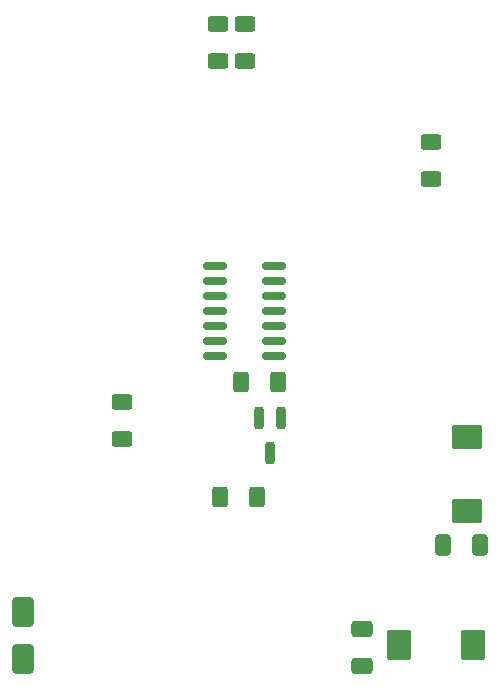
<source format=gbr>
%TF.GenerationSoftware,KiCad,Pcbnew,8.0.2-8.0.2-0~ubuntu22.04.1*%
%TF.CreationDate,2024-05-22T12:01:20+02:00*%
%TF.ProjectId,Tachoconverter,54616368-6f63-46f6-9e76-65727465722e,rev?*%
%TF.SameCoordinates,Original*%
%TF.FileFunction,Paste,Bot*%
%TF.FilePolarity,Positive*%
%FSLAX46Y46*%
G04 Gerber Fmt 4.6, Leading zero omitted, Abs format (unit mm)*
G04 Created by KiCad (PCBNEW 8.0.2-8.0.2-0~ubuntu22.04.1) date 2024-05-22 12:01:20*
%MOMM*%
%LPD*%
G01*
G04 APERTURE LIST*
G04 Aperture macros list*
%AMRoundRect*
0 Rectangle with rounded corners*
0 $1 Rounding radius*
0 $2 $3 $4 $5 $6 $7 $8 $9 X,Y pos of 4 corners*
0 Add a 4 corners polygon primitive as box body*
4,1,4,$2,$3,$4,$5,$6,$7,$8,$9,$2,$3,0*
0 Add four circle primitives for the rounded corners*
1,1,$1+$1,$2,$3*
1,1,$1+$1,$4,$5*
1,1,$1+$1,$6,$7*
1,1,$1+$1,$8,$9*
0 Add four rect primitives between the rounded corners*
20,1,$1+$1,$2,$3,$4,$5,0*
20,1,$1+$1,$4,$5,$6,$7,0*
20,1,$1+$1,$6,$7,$8,$9,0*
20,1,$1+$1,$8,$9,$2,$3,0*%
G04 Aperture macros list end*
%ADD10RoundRect,0.250000X-0.650000X1.000000X-0.650000X-1.000000X0.650000X-1.000000X0.650000X1.000000X0*%
%ADD11RoundRect,0.250000X-0.625000X0.400000X-0.625000X-0.400000X0.625000X-0.400000X0.625000X0.400000X0*%
%ADD12RoundRect,0.250000X1.025000X-0.787500X1.025000X0.787500X-1.025000X0.787500X-1.025000X-0.787500X0*%
%ADD13RoundRect,0.250000X0.625000X-0.400000X0.625000X0.400000X-0.625000X0.400000X-0.625000X-0.400000X0*%
%ADD14RoundRect,0.250000X-0.787500X-1.025000X0.787500X-1.025000X0.787500X1.025000X-0.787500X1.025000X0*%
%ADD15RoundRect,0.200000X-0.200000X0.750000X-0.200000X-0.750000X0.200000X-0.750000X0.200000X0.750000X0*%
%ADD16RoundRect,0.250000X0.412500X0.650000X-0.412500X0.650000X-0.412500X-0.650000X0.412500X-0.650000X0*%
%ADD17RoundRect,0.250000X0.400000X0.625000X-0.400000X0.625000X-0.400000X-0.625000X0.400000X-0.625000X0*%
%ADD18RoundRect,0.250000X-0.400000X-0.625000X0.400000X-0.625000X0.400000X0.625000X-0.400000X0.625000X0*%
%ADD19RoundRect,0.150000X-0.825000X-0.150000X0.825000X-0.150000X0.825000X0.150000X-0.825000X0.150000X0*%
%ADD20RoundRect,0.250000X0.650000X-0.412500X0.650000X0.412500X-0.650000X0.412500X-0.650000X-0.412500X0*%
G04 APERTURE END LIST*
D10*
%TO.C,D1*%
X133858000Y-125635000D03*
X133858000Y-129635000D03*
%TD*%
D11*
%TO.C,R5*%
X152694910Y-75883615D03*
X152694910Y-78983615D03*
%TD*%
D12*
%TO.C,C3*%
X171500000Y-117112500D03*
X171500000Y-110887500D03*
%TD*%
D13*
%TO.C,R2*%
X168431000Y-88978000D03*
X168431000Y-85878000D03*
%TD*%
D14*
%TO.C,C1*%
X165775000Y-128500000D03*
X172000000Y-128500000D03*
%TD*%
D15*
%TO.C,D2*%
X153863000Y-109244000D03*
X155763000Y-109244000D03*
X154813000Y-112244000D03*
%TD*%
D16*
%TO.C,C4*%
X172562500Y-120000000D03*
X169437500Y-120000000D03*
%TD*%
D17*
%TO.C,R4*%
X155474000Y-106172000D03*
X152374000Y-106172000D03*
%TD*%
D18*
%TO.C,R3*%
X150596000Y-115951000D03*
X153696000Y-115951000D03*
%TD*%
D19*
%TO.C,U5*%
X150179000Y-104013000D03*
X150179000Y-102743000D03*
X150179000Y-101473000D03*
X150179000Y-100203000D03*
X150179000Y-98933000D03*
X150179000Y-97663000D03*
X150179000Y-96393000D03*
X155129000Y-96393000D03*
X155129000Y-97663000D03*
X155129000Y-98933000D03*
X155129000Y-100203000D03*
X155129000Y-101473000D03*
X155129000Y-102743000D03*
X155129000Y-104013000D03*
%TD*%
D11*
%TO.C,R6*%
X150408910Y-75883615D03*
X150408910Y-78983615D03*
%TD*%
D13*
%TO.C,R1*%
X142240000Y-111024000D03*
X142240000Y-107924000D03*
%TD*%
D20*
%TO.C,C2*%
X162560000Y-130213500D03*
X162560000Y-127088500D03*
%TD*%
M02*

</source>
